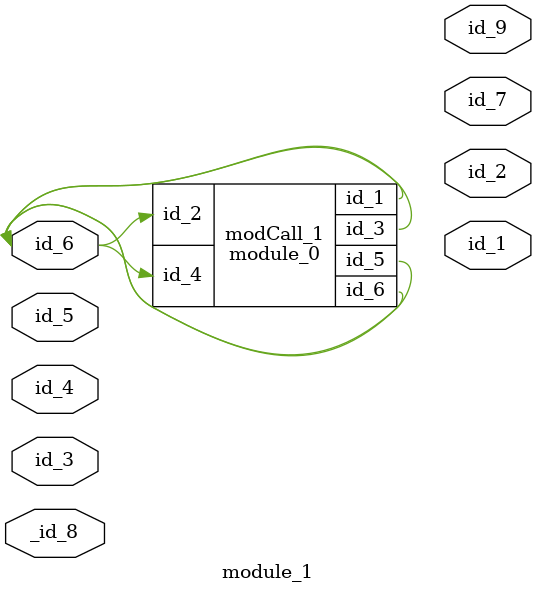
<source format=v>
module module_0 (
    id_1,
    id_2,
    id_3,
    id_4,
    id_5,
    id_6
);
  inout wire id_6;
  inout wire id_5;
  input wire id_4;
  output wire id_3;
  input wire id_2;
  inout wire id_1;
  assign id_3 = id_1;
  parameter id_7 = -1;
  parameter id_8 = -1;
endmodule
module module_1 #(
    parameter id_8 = 32'd11
) (
    id_1,
    id_2,
    id_3,
    id_4,
    id_5,
    id_6,
    id_7,
    _id_8,
    id_9
);
  output wire id_9;
  inout wire _id_8;
  module_0 modCall_1 (
      id_6,
      id_6,
      id_6,
      id_6,
      id_6,
      id_6
  );
  output wire id_7;
  inout wire id_6;
  input wire id_5;
  input wire id_4;
  input wire id_3;
  output wire id_2;
  output wire id_1;
  wire [id_8 : 1] id_10;
endmodule

</source>
